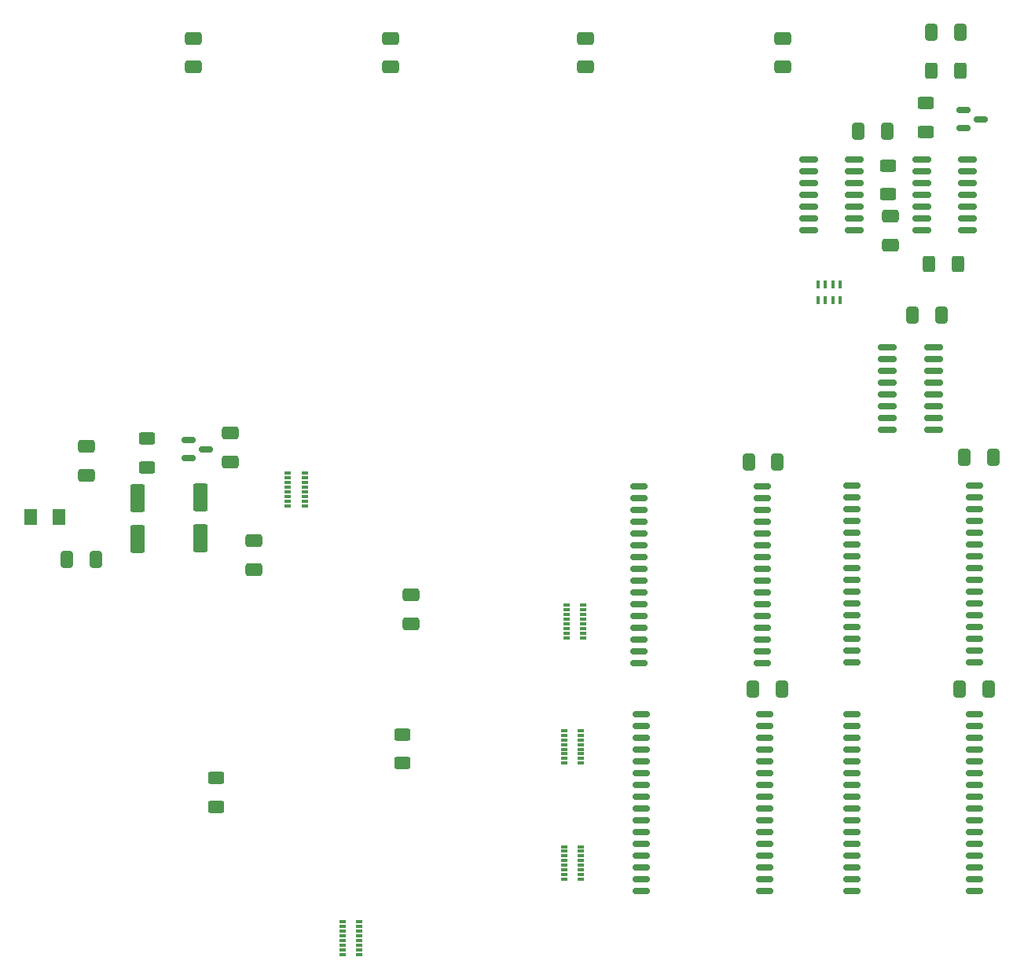
<source format=gbr>
%TF.GenerationSoftware,KiCad,Pcbnew,9.0.2*%
%TF.CreationDate,2026-02-08T20:36:03+01:00*%
%TF.ProjectId,turbokit_replica,74757262-6f6b-4697-945f-7265706c6963,0.1*%
%TF.SameCoordinates,Original*%
%TF.FileFunction,Paste,Top*%
%TF.FilePolarity,Positive*%
%FSLAX46Y46*%
G04 Gerber Fmt 4.6, Leading zero omitted, Abs format (unit mm)*
G04 Created by KiCad (PCBNEW 9.0.2) date 2026-02-08 20:36:03*
%MOMM*%
%LPD*%
G01*
G04 APERTURE LIST*
G04 Aperture macros list*
%AMRoundRect*
0 Rectangle with rounded corners*
0 $1 Rounding radius*
0 $2 $3 $4 $5 $6 $7 $8 $9 X,Y pos of 4 corners*
0 Add a 4 corners polygon primitive as box body*
4,1,4,$2,$3,$4,$5,$6,$7,$8,$9,$2,$3,0*
0 Add four circle primitives for the rounded corners*
1,1,$1+$1,$2,$3*
1,1,$1+$1,$4,$5*
1,1,$1+$1,$6,$7*
1,1,$1+$1,$8,$9*
0 Add four rect primitives between the rounded corners*
20,1,$1+$1,$2,$3,$4,$5,0*
20,1,$1+$1,$4,$5,$6,$7,0*
20,1,$1+$1,$6,$7,$8,$9,0*
20,1,$1+$1,$8,$9,$2,$3,0*%
G04 Aperture macros list end*
%ADD10RoundRect,0.150000X-0.775000X-0.150000X0.775000X-0.150000X0.775000X0.150000X-0.775000X0.150000X0*%
%ADD11RoundRect,0.250000X-0.550000X1.250000X-0.550000X-1.250000X0.550000X-1.250000X0.550000X1.250000X0*%
%ADD12RoundRect,0.150000X-0.587500X-0.150000X0.587500X-0.150000X0.587500X0.150000X-0.587500X0.150000X0*%
%ADD13RoundRect,0.250000X0.412500X0.650000X-0.412500X0.650000X-0.412500X-0.650000X0.412500X-0.650000X0*%
%ADD14R,0.800000X0.300000*%
%ADD15RoundRect,0.250000X-0.625000X0.400000X-0.625000X-0.400000X0.625000X-0.400000X0.625000X0.400000X0*%
%ADD16RoundRect,0.250000X0.625000X-0.400000X0.625000X0.400000X-0.625000X0.400000X-0.625000X-0.400000X0*%
%ADD17RoundRect,0.250000X-0.412500X-0.650000X0.412500X-0.650000X0.412500X0.650000X-0.412500X0.650000X0*%
%ADD18RoundRect,0.250000X-0.650000X0.412500X-0.650000X-0.412500X0.650000X-0.412500X0.650000X0.412500X0*%
%ADD19RoundRect,0.150000X-0.825000X-0.150000X0.825000X-0.150000X0.825000X0.150000X-0.825000X0.150000X0*%
%ADD20RoundRect,0.250000X0.650000X-0.412500X0.650000X0.412500X-0.650000X0.412500X-0.650000X-0.412500X0*%
%ADD21RoundRect,0.250001X-0.462499X-0.624999X0.462499X-0.624999X0.462499X0.624999X-0.462499X0.624999X0*%
%ADD22RoundRect,0.250000X-0.400000X-0.625000X0.400000X-0.625000X0.400000X0.625000X-0.400000X0.625000X0*%
%ADD23R,0.400000X0.900000*%
G04 APERTURE END LIST*
D10*
%TO.C,U8*%
X153800000Y-116720000D03*
X153800000Y-117990000D03*
X153800000Y-119260000D03*
X153800000Y-120530000D03*
X153800000Y-121800000D03*
X153800000Y-123070000D03*
X153800000Y-124340000D03*
X153800000Y-125610000D03*
X153800000Y-126880000D03*
X153800000Y-128150000D03*
X153800000Y-129420000D03*
X153800000Y-130690000D03*
X153800000Y-131960000D03*
X153800000Y-133230000D03*
X153800000Y-134500000D03*
X153800000Y-135770000D03*
X167050000Y-135770000D03*
X167050000Y-134500000D03*
X167050000Y-133230000D03*
X167050000Y-131960000D03*
X167050000Y-130690000D03*
X167050000Y-129420000D03*
X167050000Y-128150000D03*
X167050000Y-126880000D03*
X167050000Y-125610000D03*
X167050000Y-124340000D03*
X167050000Y-123070000D03*
X167050000Y-121800000D03*
X167050000Y-120530000D03*
X167050000Y-119260000D03*
X167050000Y-117990000D03*
X167050000Y-116720000D03*
%TD*%
D11*
%TO.C,C19*%
X99500000Y-93420000D03*
X99500000Y-97820000D03*
%TD*%
D12*
%TO.C,Q2*%
X105000000Y-87220000D03*
X105000000Y-89120000D03*
X106875000Y-88170000D03*
%TD*%
D13*
%TO.C,C8*%
X188125000Y-43200000D03*
X185000000Y-43200000D03*
%TD*%
D10*
%TO.C,U7*%
X176462500Y-116750000D03*
X176462500Y-118020000D03*
X176462500Y-119290000D03*
X176462500Y-120560000D03*
X176462500Y-121830000D03*
X176462500Y-123100000D03*
X176462500Y-124370000D03*
X176462500Y-125640000D03*
X176462500Y-126910000D03*
X176462500Y-128180000D03*
X176462500Y-129450000D03*
X176462500Y-130720000D03*
X176462500Y-131990000D03*
X176462500Y-133260000D03*
X176462500Y-134530000D03*
X176462500Y-135800000D03*
X189712500Y-135800000D03*
X189712500Y-134530000D03*
X189712500Y-133260000D03*
X189712500Y-131990000D03*
X189712500Y-130720000D03*
X189712500Y-129450000D03*
X189712500Y-128180000D03*
X189712500Y-126910000D03*
X189712500Y-125640000D03*
X189712500Y-124370000D03*
X189712500Y-123100000D03*
X189712500Y-121830000D03*
X189712500Y-120560000D03*
X189712500Y-119290000D03*
X189712500Y-118020000D03*
X189712500Y-116750000D03*
%TD*%
D13*
%TO.C,C12*%
X168462500Y-89550000D03*
X165337500Y-89550000D03*
%TD*%
D14*
%TO.C,RN4*%
X145450000Y-118500000D03*
X145450000Y-119000000D03*
X145450000Y-119500000D03*
X145450000Y-120000000D03*
X145450000Y-120500000D03*
X145450000Y-121000000D03*
X145450000Y-121500000D03*
X145450000Y-122000000D03*
X147250000Y-122000000D03*
X147250000Y-121500000D03*
X147250000Y-121000000D03*
X147250000Y-120500000D03*
X147250000Y-120000000D03*
X147250000Y-119500000D03*
X147250000Y-119000000D03*
X147250000Y-118500000D03*
%TD*%
D15*
%TO.C,R6*%
X180400000Y-57600000D03*
X180400000Y-60700000D03*
%TD*%
D16*
%TO.C,R4*%
X184400000Y-54000000D03*
X184400000Y-50900000D03*
%TD*%
D17*
%TO.C,C13*%
X165837500Y-114050000D03*
X168962500Y-114050000D03*
%TD*%
D18*
%TO.C,C5*%
X126750000Y-43875000D03*
X126750000Y-47000000D03*
%TD*%
%TO.C,C2*%
X129000000Y-103895000D03*
X129000000Y-107020000D03*
%TD*%
D19*
%TO.C,U6*%
X171800000Y-56940000D03*
X171800000Y-58210000D03*
X171800000Y-59480000D03*
X171800000Y-60750000D03*
X171800000Y-62020000D03*
X171800000Y-63290000D03*
X171800000Y-64560000D03*
X176750000Y-64560000D03*
X176750000Y-63290000D03*
X176750000Y-62020000D03*
X176750000Y-60750000D03*
X176750000Y-59480000D03*
X176750000Y-58210000D03*
X176750000Y-56940000D03*
%TD*%
D11*
%TO.C,C10*%
X106250000Y-93350000D03*
X106250000Y-97750000D03*
%TD*%
D18*
%TO.C,C16*%
X94000000Y-87895000D03*
X94000000Y-91020000D03*
%TD*%
%TO.C,C3*%
X180600000Y-63075000D03*
X180600000Y-66200000D03*
%TD*%
D20*
%TO.C,C1*%
X112000000Y-101145000D03*
X112000000Y-98020000D03*
%TD*%
D14*
%TO.C,RN3*%
X145450000Y-131000000D03*
X145450000Y-131500000D03*
X145450000Y-132000000D03*
X145450000Y-132500000D03*
X145450000Y-133000000D03*
X145450000Y-133500000D03*
X145450000Y-134000000D03*
X145450000Y-134500000D03*
X147250000Y-134500000D03*
X147250000Y-134000000D03*
X147250000Y-133500000D03*
X147250000Y-133000000D03*
X147250000Y-132500000D03*
X147250000Y-132000000D03*
X147250000Y-131500000D03*
X147250000Y-131000000D03*
%TD*%
%TO.C,RN5*%
X123400000Y-142600000D03*
X123400000Y-142100000D03*
X123400000Y-141600000D03*
X123400000Y-141100000D03*
X123400000Y-140600000D03*
X123400000Y-140100000D03*
X123400000Y-139600000D03*
X123400000Y-139100000D03*
X121600000Y-139100000D03*
X121600000Y-139600000D03*
X121600000Y-140100000D03*
X121600000Y-140600000D03*
X121600000Y-141100000D03*
X121600000Y-141600000D03*
X121600000Y-142100000D03*
X121600000Y-142600000D03*
%TD*%
%TO.C,RN2*%
X145700000Y-105000000D03*
X145700000Y-105500000D03*
X145700000Y-106000000D03*
X145700000Y-106500000D03*
X145700000Y-107000000D03*
X145700000Y-107500000D03*
X145700000Y-108000000D03*
X145700000Y-108500000D03*
X147500000Y-108500000D03*
X147500000Y-108000000D03*
X147500000Y-107500000D03*
X147500000Y-107000000D03*
X147500000Y-106500000D03*
X147500000Y-106000000D03*
X147500000Y-105500000D03*
X147500000Y-105000000D03*
%TD*%
%TO.C,RN1*%
X115700000Y-90770000D03*
X115700000Y-91270000D03*
X115700000Y-91770000D03*
X115700000Y-92270000D03*
X115700000Y-92770000D03*
X115700000Y-93270000D03*
X115700000Y-93770000D03*
X115700000Y-94270000D03*
X117500000Y-94270000D03*
X117500000Y-93770000D03*
X117500000Y-93270000D03*
X117500000Y-92770000D03*
X117500000Y-92270000D03*
X117500000Y-91770000D03*
X117500000Y-91270000D03*
X117500000Y-90770000D03*
%TD*%
D10*
%TO.C,U10*%
X153550000Y-92160000D03*
X153550000Y-93430000D03*
X153550000Y-94700000D03*
X153550000Y-95970000D03*
X153550000Y-97240000D03*
X153550000Y-98510000D03*
X153550000Y-99780000D03*
X153550000Y-101050000D03*
X153550000Y-102320000D03*
X153550000Y-103590000D03*
X153550000Y-104860000D03*
X153550000Y-106130000D03*
X153550000Y-107400000D03*
X153550000Y-108670000D03*
X153550000Y-109940000D03*
X153550000Y-111210000D03*
X166800000Y-111210000D03*
X166800000Y-109940000D03*
X166800000Y-108670000D03*
X166800000Y-107400000D03*
X166800000Y-106130000D03*
X166800000Y-104860000D03*
X166800000Y-103590000D03*
X166800000Y-102320000D03*
X166800000Y-101050000D03*
X166800000Y-99780000D03*
X166800000Y-98510000D03*
X166800000Y-97240000D03*
X166800000Y-95970000D03*
X166800000Y-94700000D03*
X166800000Y-93430000D03*
X166800000Y-92160000D03*
%TD*%
%TO.C,U9*%
X176462500Y-92050000D03*
X176462500Y-93320000D03*
X176462500Y-94590000D03*
X176462500Y-95860000D03*
X176462500Y-97130000D03*
X176462500Y-98400000D03*
X176462500Y-99670000D03*
X176462500Y-100940000D03*
X176462500Y-102210000D03*
X176462500Y-103480000D03*
X176462500Y-104750000D03*
X176462500Y-106020000D03*
X176462500Y-107290000D03*
X176462500Y-108560000D03*
X176462500Y-109830000D03*
X176462500Y-111100000D03*
X189712500Y-111100000D03*
X189712500Y-109830000D03*
X189712500Y-108560000D03*
X189712500Y-107290000D03*
X189712500Y-106020000D03*
X189712500Y-104750000D03*
X189712500Y-103480000D03*
X189712500Y-102210000D03*
X189712500Y-100940000D03*
X189712500Y-99670000D03*
X189712500Y-98400000D03*
X189712500Y-97130000D03*
X189712500Y-95860000D03*
X189712500Y-94590000D03*
X189712500Y-93320000D03*
X189712500Y-92050000D03*
%TD*%
D21*
%TO.C,F1*%
X88025000Y-95520000D03*
X91000000Y-95520000D03*
%TD*%
D17*
%TO.C,C17*%
X177125000Y-53940000D03*
X180250000Y-53940000D03*
%TD*%
D22*
%TO.C,R3*%
X185025000Y-47390000D03*
X188125000Y-47390000D03*
%TD*%
D13*
%TO.C,C11*%
X186125000Y-73750000D03*
X183000000Y-73750000D03*
%TD*%
D16*
%TO.C,R7*%
X100500000Y-90120000D03*
X100500000Y-87020000D03*
%TD*%
D13*
%TO.C,C14*%
X191712500Y-89050000D03*
X188587500Y-89050000D03*
%TD*%
%TO.C,C15*%
X191212500Y-114050000D03*
X188087500Y-114050000D03*
%TD*%
D12*
%TO.C,Q1*%
X188462500Y-51650000D03*
X188462500Y-53550000D03*
X190337500Y-52600000D03*
%TD*%
D20*
%TO.C,C18*%
X109500000Y-89520000D03*
X109500000Y-86395000D03*
%TD*%
D18*
%TO.C,C4*%
X105500000Y-43875000D03*
X105500000Y-47000000D03*
%TD*%
D17*
%TO.C,C9*%
X91875000Y-100020000D03*
X95000000Y-100020000D03*
%TD*%
D16*
%TO.C,R2*%
X128000000Y-122020000D03*
X128000000Y-118920000D03*
%TD*%
D23*
%TO.C,RN6*%
X172800000Y-72100000D03*
X173600000Y-72100000D03*
X174400000Y-72100000D03*
X175200000Y-72100000D03*
X175200000Y-70400000D03*
X174400000Y-70400000D03*
X173600000Y-70400000D03*
X172800000Y-70400000D03*
%TD*%
D22*
%TO.C,R5*%
X184800000Y-68200000D03*
X187900000Y-68200000D03*
%TD*%
D19*
%TO.C,U11*%
X180300000Y-77170000D03*
X180300000Y-78440000D03*
X180300000Y-79710000D03*
X180300000Y-80980000D03*
X180300000Y-82250000D03*
X180300000Y-83520000D03*
X180300000Y-84790000D03*
X180300000Y-86060000D03*
X185250000Y-86060000D03*
X185250000Y-84790000D03*
X185250000Y-83520000D03*
X185250000Y-82250000D03*
X185250000Y-80980000D03*
X185250000Y-79710000D03*
X185250000Y-78440000D03*
X185250000Y-77170000D03*
%TD*%
D15*
%TO.C,R1*%
X108000000Y-123620000D03*
X108000000Y-126720000D03*
%TD*%
D18*
%TO.C,C7*%
X169000000Y-43875000D03*
X169000000Y-47000000D03*
%TD*%
%TO.C,C6*%
X147750000Y-43875000D03*
X147750000Y-47000000D03*
%TD*%
D19*
%TO.C,U1*%
X184000000Y-56980000D03*
X184000000Y-58250000D03*
X184000000Y-59520000D03*
X184000000Y-60790000D03*
X184000000Y-62060000D03*
X184000000Y-63330000D03*
X184000000Y-64600000D03*
X188950000Y-64600000D03*
X188950000Y-63330000D03*
X188950000Y-62060000D03*
X188950000Y-60790000D03*
X188950000Y-59520000D03*
X188950000Y-58250000D03*
X188950000Y-56980000D03*
%TD*%
M02*

</source>
